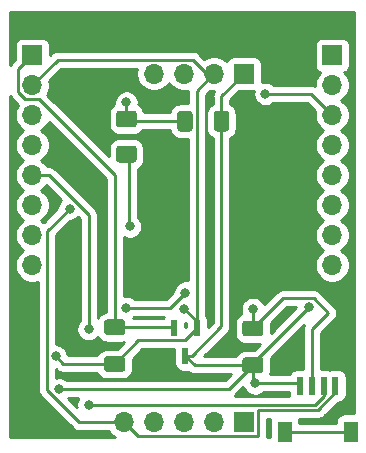
<source format=gbr>
%TF.GenerationSoftware,KiCad,Pcbnew,(5.1.8)-1*%
%TF.CreationDate,2021-03-07T11:54:50+01:00*%
%TF.ProjectId,addon_MH-Z19,6164646f-6e5f-44d4-982d-5a31392e6b69,rev?*%
%TF.SameCoordinates,Original*%
%TF.FileFunction,Copper,L1,Top*%
%TF.FilePolarity,Positive*%
%FSLAX46Y46*%
G04 Gerber Fmt 4.6, Leading zero omitted, Abs format (unit mm)*
G04 Created by KiCad (PCBNEW (5.1.8)-1) date 2021-03-07 11:54:50*
%MOMM*%
%LPD*%
G01*
G04 APERTURE LIST*
%TA.AperFunction,ComponentPad*%
%ADD10R,1.700000X1.700000*%
%TD*%
%TA.AperFunction,ComponentPad*%
%ADD11O,1.700000X1.700000*%
%TD*%
%TA.AperFunction,SMDPad,CuDef*%
%ADD12R,0.600000X1.380000*%
%TD*%
%TA.AperFunction,SMDPad,CuDef*%
%ADD13R,1.200000X1.800000*%
%TD*%
%TA.AperFunction,SMDPad,CuDef*%
%ADD14R,0.600000X1.550000*%
%TD*%
%TA.AperFunction,ViaPad*%
%ADD15C,0.800000*%
%TD*%
%TA.AperFunction,Conductor*%
%ADD16C,0.250000*%
%TD*%
%TA.AperFunction,NonConductor*%
%ADD17C,0.254000*%
%TD*%
%TA.AperFunction,NonConductor*%
%ADD18C,0.100000*%
%TD*%
G04 APERTURE END LIST*
D10*
%TO.P,J3,1*%
%TO.N,N/C*%
X76360000Y-76800000D03*
D11*
%TO.P,J3,2*%
%TO.N,TX*%
X73820000Y-76800000D03*
%TO.P,J3,3*%
%TO.N,RX*%
X71280000Y-76800000D03*
%TO.P,J3,4*%
%TO.N,N/C*%
X68740000Y-76800000D03*
%TO.P,J3,5*%
%TO.N,HD*%
X66200000Y-76800000D03*
%TD*%
%TO.P,C1,1*%
%TO.N,+5V*%
%TA.AperFunction,SMDPad,CuDef*%
G36*
G01*
X77750003Y-72625000D02*
X76449997Y-72625000D01*
G75*
G02*
X76200000Y-72375003I0J249997D01*
G01*
X76200000Y-71549997D01*
G75*
G02*
X76449997Y-71300000I249997J0D01*
G01*
X77750003Y-71300000D01*
G75*
G02*
X78000000Y-71549997I0J-249997D01*
G01*
X78000000Y-72375003D01*
G75*
G02*
X77750003Y-72625000I-249997J0D01*
G01*
G37*
%TD.AperFunction*%
%TO.P,C1,2*%
%TO.N,GND*%
%TA.AperFunction,SMDPad,CuDef*%
G36*
G01*
X77750003Y-69500000D02*
X76449997Y-69500000D01*
G75*
G02*
X76200000Y-69250003I0J249997D01*
G01*
X76200000Y-68424997D01*
G75*
G02*
X76449997Y-68175000I249997J0D01*
G01*
X77750003Y-68175000D01*
G75*
G02*
X78000000Y-68424997I0J-249997D01*
G01*
X78000000Y-69250003D01*
G75*
G02*
X77750003Y-69500000I-249997J0D01*
G01*
G37*
%TD.AperFunction*%
%TD*%
%TO.P,C2,2*%
%TO.N,GND*%
%TA.AperFunction,SMDPad,CuDef*%
G36*
G01*
X64749997Y-71200000D02*
X66050003Y-71200000D01*
G75*
G02*
X66300000Y-71449997I0J-249997D01*
G01*
X66300000Y-72275003D01*
G75*
G02*
X66050003Y-72525000I-249997J0D01*
G01*
X64749997Y-72525000D01*
G75*
G02*
X64500000Y-72275003I0J249997D01*
G01*
X64500000Y-71449997D01*
G75*
G02*
X64749997Y-71200000I249997J0D01*
G01*
G37*
%TD.AperFunction*%
%TO.P,C2,1*%
%TO.N,+3V3*%
%TA.AperFunction,SMDPad,CuDef*%
G36*
G01*
X64749997Y-68075000D02*
X66050003Y-68075000D01*
G75*
G02*
X66300000Y-68324997I0J-249997D01*
G01*
X66300000Y-69150003D01*
G75*
G02*
X66050003Y-69400000I-249997J0D01*
G01*
X64749997Y-69400000D01*
G75*
G02*
X64500000Y-69150003I0J249997D01*
G01*
X64500000Y-68324997D01*
G75*
G02*
X64749997Y-68075000I249997J0D01*
G01*
G37*
%TD.AperFunction*%
%TD*%
%TO.P,D1,1*%
%TO.N,PC1*%
%TA.AperFunction,SMDPad,CuDef*%
G36*
G01*
X67025000Y-54800000D02*
X65775000Y-54800000D01*
G75*
G02*
X65525000Y-54550000I0J250000D01*
G01*
X65525000Y-53625000D01*
G75*
G02*
X65775000Y-53375000I250000J0D01*
G01*
X67025000Y-53375000D01*
G75*
G02*
X67275000Y-53625000I0J-250000D01*
G01*
X67275000Y-54550000D01*
G75*
G02*
X67025000Y-54800000I-250000J0D01*
G01*
G37*
%TD.AperFunction*%
%TO.P,D1,2*%
%TO.N,Net-(D1-Pad2)*%
%TA.AperFunction,SMDPad,CuDef*%
G36*
G01*
X67025000Y-51825000D02*
X65775000Y-51825000D01*
G75*
G02*
X65525000Y-51575000I0J250000D01*
G01*
X65525000Y-50650000D01*
G75*
G02*
X65775000Y-50400000I250000J0D01*
G01*
X67025000Y-50400000D01*
G75*
G02*
X67275000Y-50650000I0J-250000D01*
G01*
X67275000Y-51575000D01*
G75*
G02*
X67025000Y-51825000I-250000J0D01*
G01*
G37*
%TD.AperFunction*%
%TD*%
D10*
%TO.P,J1,1*%
%TO.N,+3V3*%
X58420000Y-45710000D03*
D11*
%TO.P,J1,2*%
%TO.N,GND*%
X58420000Y-48250000D03*
%TO.P,J1,3*%
%TO.N,N/C*%
X58420000Y-50790000D03*
%TO.P,J1,4*%
X58420000Y-53330000D03*
%TO.P,J1,5*%
%TO.N,AdHoc*%
X58420000Y-55870000D03*
%TO.P,J1,6*%
%TO.N,PC1*%
X58420000Y-58410000D03*
%TO.P,J1,7*%
%TO.N,N/C*%
X58420000Y-60950000D03*
%TO.P,J1,8*%
X58420000Y-63490000D03*
%TD*%
%TO.P,J2,8*%
%TO.N,N/C*%
X83820000Y-63490000D03*
%TO.P,J2,7*%
X83820000Y-60950000D03*
%TO.P,J2,6*%
X83820000Y-58410000D03*
%TO.P,J2,5*%
X83820000Y-55870000D03*
%TO.P,J2,4*%
%TO.N,PWM*%
X83820000Y-53330000D03*
%TO.P,J2,3*%
%TO.N,HD*%
X83820000Y-50790000D03*
%TO.P,J2,2*%
%TO.N,RX*%
X83820000Y-48250000D03*
D10*
%TO.P,J2,1*%
%TO.N,TX*%
X83820000Y-45710000D03*
%TD*%
%TO.P,R1,1*%
%TO.N,+5V*%
%TA.AperFunction,SMDPad,CuDef*%
G36*
G01*
X75100000Y-50674999D02*
X75100000Y-51925001D01*
G75*
G02*
X74850001Y-52175000I-249999J0D01*
G01*
X74049999Y-52175000D01*
G75*
G02*
X73800000Y-51925001I0J249999D01*
G01*
X73800000Y-50674999D01*
G75*
G02*
X74049999Y-50425000I249999J0D01*
G01*
X74850001Y-50425000D01*
G75*
G02*
X75100000Y-50674999I0J-249999D01*
G01*
G37*
%TD.AperFunction*%
%TO.P,R1,2*%
%TO.N,Net-(D1-Pad2)*%
%TA.AperFunction,SMDPad,CuDef*%
G36*
G01*
X72000000Y-50674999D02*
X72000000Y-51925001D01*
G75*
G02*
X71750001Y-52175000I-249999J0D01*
G01*
X70949999Y-52175000D01*
G75*
G02*
X70700000Y-51925001I0J249999D01*
G01*
X70700000Y-50674999D01*
G75*
G02*
X70949999Y-50425000I249999J0D01*
G01*
X71750001Y-50425000D01*
G75*
G02*
X72000000Y-50674999I0J-249999D01*
G01*
G37*
%TD.AperFunction*%
%TD*%
%TO.P,J4,1*%
%TO.N,+5V*%
X76360000Y-47260000D03*
D11*
%TO.P,J4,2*%
%TO.N,GND*%
X73820000Y-47260000D03*
%TO.P,J4,3*%
%TO.N,N/C*%
X71280000Y-47260000D03*
%TO.P,J4,4*%
%TO.N,PWM*%
X68740000Y-47260000D03*
%TD*%
D12*
%TO.P,U2,1*%
%TO.N,GND*%
X72350000Y-68835000D03*
%TO.P,U2,2*%
%TO.N,+3V3*%
X70450000Y-68835000D03*
%TO.P,U2,3*%
%TO.N,+5V*%
X71400000Y-71165000D03*
%TD*%
D13*
%TO.P,J5,S2*%
%TO.N,Net-(J5-PadS1)*%
X85400000Y-77575000D03*
%TO.P,J5,S1*%
X79800000Y-77575000D03*
D14*
%TO.P,J5,1*%
%TO.N,+5V*%
X81100000Y-73700000D03*
%TO.P,J5,2*%
%TO.N,GND*%
X82100000Y-73700000D03*
%TO.P,J5,3*%
%TO.N,AdHoc*%
X83100000Y-73700000D03*
%TO.P,J5,4*%
%TO.N,HD*%
X84100000Y-73700000D03*
%TD*%
D15*
%TO.N,+5V*%
X81900000Y-67000000D03*
X77300000Y-73500000D03*
X60700000Y-74000000D03*
%TO.N,GND*%
X60400000Y-71200000D03*
X71300000Y-67200000D03*
X77100000Y-67200000D03*
%TO.N,PC1*%
X66700000Y-60200000D03*
%TO.N,Net-(D1-Pad2)*%
X66400000Y-49700000D03*
%TO.N,Net-(D2-Pad2)*%
X71400000Y-65800000D03*
X66400000Y-67100000D03*
%TO.N,HD*%
X61600000Y-58700000D03*
X78174999Y-48974999D03*
%TO.N,AdHoc*%
X63200000Y-75300000D03*
X63200000Y-68900000D03*
%TD*%
D16*
%TO.N,+5V*%
X75062500Y-74000000D02*
X77100000Y-71962500D01*
X72197500Y-71962500D02*
X71400000Y-71165000D01*
X77100000Y-71962500D02*
X72197500Y-71962500D01*
X74450000Y-68665000D02*
X74450000Y-55600000D01*
X71950000Y-71165000D02*
X74450000Y-68665000D01*
X71400000Y-71165000D02*
X71950000Y-71165000D01*
X77100000Y-73300000D02*
X77300000Y-73500000D01*
X77100000Y-71962500D02*
X77100000Y-73300000D01*
X74500000Y-51250000D02*
X74450000Y-51300000D01*
X74450000Y-55600000D02*
X74450000Y-51300000D01*
X60700000Y-74000000D02*
X75062500Y-74000000D01*
X77100000Y-71800000D02*
X81900000Y-67000000D01*
X77100000Y-71962500D02*
X77100000Y-71800000D01*
X74450000Y-49170000D02*
X76360000Y-47260000D01*
X74450000Y-51300000D02*
X74450000Y-49170000D01*
X80900000Y-73500000D02*
X81100000Y-73700000D01*
X77300000Y-73500000D02*
X80900000Y-73500000D01*
%TO.N,GND*%
X67412499Y-69850001D02*
X65400000Y-71862500D01*
X71334999Y-69850001D02*
X67412499Y-69850001D01*
X72350000Y-68835000D02*
X71334999Y-69850001D01*
X72350000Y-68250000D02*
X71300000Y-67200000D01*
X72350000Y-68835000D02*
X72350000Y-68250000D01*
X77100000Y-68837500D02*
X77100000Y-67200000D01*
X65337500Y-71800000D02*
X65400000Y-71862500D01*
X72350000Y-54950000D02*
X72350000Y-54761810D01*
X72350000Y-68835000D02*
X72350000Y-54950000D01*
X65400000Y-71862500D02*
X65400000Y-71650000D01*
X61062500Y-71862500D02*
X60400000Y-71200000D01*
X65400000Y-71862500D02*
X61062500Y-71862500D01*
X72008589Y-46084999D02*
X60585001Y-46084999D01*
X60585001Y-46084999D02*
X58420000Y-48250000D01*
X73501795Y-47578205D02*
X72008589Y-46084999D01*
X72350000Y-48730000D02*
X73501795Y-47578205D01*
X72350000Y-54950000D02*
X72350000Y-48730000D01*
X82248001Y-66274999D02*
X83500001Y-67526999D01*
X79662501Y-66274999D02*
X82248001Y-66274999D01*
X77100000Y-68837500D02*
X79662501Y-66274999D01*
X82100000Y-68927000D02*
X82100000Y-73700000D01*
X83500001Y-67526999D02*
X82100000Y-68927000D01*
%TO.N,+3V3*%
X57244999Y-48814001D02*
X57244999Y-46885001D01*
X57244999Y-46885001D02*
X58420000Y-45710000D01*
X57855999Y-49425001D02*
X57244999Y-48814001D01*
X58984001Y-49425001D02*
X57855999Y-49425001D01*
X65400000Y-55841000D02*
X58984001Y-49425001D01*
X65400000Y-68737500D02*
X65400000Y-55841000D01*
X70352500Y-68737500D02*
X70450000Y-68835000D01*
X65400000Y-68737500D02*
X70352500Y-68737500D01*
%TO.N,PC1*%
X66600000Y-54287500D02*
X66400000Y-54087500D01*
X66600000Y-60100000D02*
X66600000Y-54287500D01*
X66700000Y-60200000D02*
X66600000Y-60100000D01*
%TO.N,Net-(D1-Pad2)*%
X66400000Y-49700000D02*
X66400000Y-51112500D01*
X66587500Y-51300000D02*
X66400000Y-51112500D01*
X71350000Y-51300000D02*
X66587500Y-51300000D01*
%TO.N,Net-(D2-Pad2)*%
X70100000Y-67100000D02*
X66400000Y-67100000D01*
X71400000Y-65800000D02*
X70100000Y-67100000D01*
%TO.N,HD*%
X59674999Y-74048001D02*
X59674999Y-60625001D01*
X62426998Y-76800000D02*
X59674999Y-74048001D01*
X66200000Y-76800000D02*
X62426998Y-76800000D01*
X59674999Y-60625001D02*
X61600000Y-58700000D01*
X82004999Y-48974999D02*
X83820000Y-50790000D01*
X78174999Y-48974999D02*
X82004999Y-48974999D01*
X66200000Y-76800000D02*
X67375001Y-77975001D01*
X77470001Y-77975001D02*
X67375001Y-77975001D01*
X77535001Y-75750010D02*
X77535001Y-77910001D01*
X77535001Y-77910001D02*
X77470001Y-77975001D01*
X82586400Y-75750010D02*
X77535001Y-75750010D01*
X84100000Y-74236410D02*
X82586400Y-75750010D01*
X84100000Y-73700000D02*
X84100000Y-74236410D01*
%TO.N,AdHoc*%
X82400000Y-75300000D02*
X63200000Y-75300000D01*
X59843002Y-55870000D02*
X58420000Y-55870000D01*
X63200000Y-59226998D02*
X59843002Y-55870000D01*
X63200000Y-68900000D02*
X63200000Y-59226998D01*
X83100000Y-74600000D02*
X83100000Y-73700000D01*
X82400000Y-75300000D02*
X83100000Y-74600000D01*
%TO.N,Net-(J5-PadS1)*%
X79800000Y-77575000D02*
X85400000Y-77575000D01*
%TD*%
D17*
X56610025Y-49238277D02*
X56633799Y-49267245D01*
X56704998Y-49354002D01*
X56734001Y-49377804D01*
X57239704Y-49883509D01*
X57104010Y-50086589D01*
X56992068Y-50356842D01*
X56935000Y-50643740D01*
X56935000Y-50936260D01*
X56992068Y-51223158D01*
X57104010Y-51493411D01*
X57266525Y-51736632D01*
X57473368Y-51943475D01*
X57647760Y-52060000D01*
X57473368Y-52176525D01*
X57266525Y-52383368D01*
X57104010Y-52626589D01*
X56992068Y-52896842D01*
X56935000Y-53183740D01*
X56935000Y-53476260D01*
X56992068Y-53763158D01*
X57104010Y-54033411D01*
X57266525Y-54276632D01*
X57473368Y-54483475D01*
X57647760Y-54600000D01*
X57473368Y-54716525D01*
X57266525Y-54923368D01*
X57104010Y-55166589D01*
X56992068Y-55436842D01*
X56935000Y-55723740D01*
X56935000Y-56016260D01*
X56992068Y-56303158D01*
X57104010Y-56573411D01*
X57266525Y-56816632D01*
X57473368Y-57023475D01*
X57647760Y-57140000D01*
X57473368Y-57256525D01*
X57266525Y-57463368D01*
X57104010Y-57706589D01*
X56992068Y-57976842D01*
X56935000Y-58263740D01*
X56935000Y-58556260D01*
X56992068Y-58843158D01*
X57104010Y-59113411D01*
X57266525Y-59356632D01*
X57473368Y-59563475D01*
X57647760Y-59680000D01*
X57473368Y-59796525D01*
X57266525Y-60003368D01*
X57104010Y-60246589D01*
X56992068Y-60516842D01*
X56935000Y-60803740D01*
X56935000Y-61096260D01*
X56992068Y-61383158D01*
X57104010Y-61653411D01*
X57266525Y-61896632D01*
X57473368Y-62103475D01*
X57647760Y-62220000D01*
X57473368Y-62336525D01*
X57266525Y-62543368D01*
X57104010Y-62786589D01*
X56992068Y-63056842D01*
X56935000Y-63343740D01*
X56935000Y-63636260D01*
X56992068Y-63923158D01*
X57104010Y-64193411D01*
X57266525Y-64436632D01*
X57473368Y-64643475D01*
X57716589Y-64805990D01*
X57986842Y-64917932D01*
X58273740Y-64975000D01*
X58566260Y-64975000D01*
X58853158Y-64917932D01*
X58915000Y-64892316D01*
X58914999Y-74010679D01*
X58911323Y-74048001D01*
X58914999Y-74085323D01*
X58914999Y-74085333D01*
X58925996Y-74196986D01*
X58969453Y-74340247D01*
X59040025Y-74472277D01*
X59058859Y-74495226D01*
X59134998Y-74588002D01*
X59164002Y-74611805D01*
X61863198Y-77311002D01*
X61886997Y-77340001D01*
X62002722Y-77434974D01*
X62134751Y-77505546D01*
X62278012Y-77549003D01*
X62389665Y-77560000D01*
X62389674Y-77560000D01*
X62426997Y-77563676D01*
X62464320Y-77560000D01*
X64921822Y-77560000D01*
X65046525Y-77746632D01*
X65253368Y-77953475D01*
X65405311Y-78055000D01*
X56565000Y-78055000D01*
X56565000Y-49154042D01*
X56610025Y-49238277D01*
%TA.AperFunction,NonConductor*%
D18*
G36*
X56610025Y-49238277D02*
G01*
X56633799Y-49267245D01*
X56704998Y-49354002D01*
X56734001Y-49377804D01*
X57239704Y-49883509D01*
X57104010Y-50086589D01*
X56992068Y-50356842D01*
X56935000Y-50643740D01*
X56935000Y-50936260D01*
X56992068Y-51223158D01*
X57104010Y-51493411D01*
X57266525Y-51736632D01*
X57473368Y-51943475D01*
X57647760Y-52060000D01*
X57473368Y-52176525D01*
X57266525Y-52383368D01*
X57104010Y-52626589D01*
X56992068Y-52896842D01*
X56935000Y-53183740D01*
X56935000Y-53476260D01*
X56992068Y-53763158D01*
X57104010Y-54033411D01*
X57266525Y-54276632D01*
X57473368Y-54483475D01*
X57647760Y-54600000D01*
X57473368Y-54716525D01*
X57266525Y-54923368D01*
X57104010Y-55166589D01*
X56992068Y-55436842D01*
X56935000Y-55723740D01*
X56935000Y-56016260D01*
X56992068Y-56303158D01*
X57104010Y-56573411D01*
X57266525Y-56816632D01*
X57473368Y-57023475D01*
X57647760Y-57140000D01*
X57473368Y-57256525D01*
X57266525Y-57463368D01*
X57104010Y-57706589D01*
X56992068Y-57976842D01*
X56935000Y-58263740D01*
X56935000Y-58556260D01*
X56992068Y-58843158D01*
X57104010Y-59113411D01*
X57266525Y-59356632D01*
X57473368Y-59563475D01*
X57647760Y-59680000D01*
X57473368Y-59796525D01*
X57266525Y-60003368D01*
X57104010Y-60246589D01*
X56992068Y-60516842D01*
X56935000Y-60803740D01*
X56935000Y-61096260D01*
X56992068Y-61383158D01*
X57104010Y-61653411D01*
X57266525Y-61896632D01*
X57473368Y-62103475D01*
X57647760Y-62220000D01*
X57473368Y-62336525D01*
X57266525Y-62543368D01*
X57104010Y-62786589D01*
X56992068Y-63056842D01*
X56935000Y-63343740D01*
X56935000Y-63636260D01*
X56992068Y-63923158D01*
X57104010Y-64193411D01*
X57266525Y-64436632D01*
X57473368Y-64643475D01*
X57716589Y-64805990D01*
X57986842Y-64917932D01*
X58273740Y-64975000D01*
X58566260Y-64975000D01*
X58853158Y-64917932D01*
X58915000Y-64892316D01*
X58914999Y-74010679D01*
X58911323Y-74048001D01*
X58914999Y-74085323D01*
X58914999Y-74085333D01*
X58925996Y-74196986D01*
X58969453Y-74340247D01*
X59040025Y-74472277D01*
X59058859Y-74495226D01*
X59134998Y-74588002D01*
X59164002Y-74611805D01*
X61863198Y-77311002D01*
X61886997Y-77340001D01*
X62002722Y-77434974D01*
X62134751Y-77505546D01*
X62278012Y-77549003D01*
X62389665Y-77560000D01*
X62389674Y-77560000D01*
X62426997Y-77563676D01*
X62464320Y-77560000D01*
X64921822Y-77560000D01*
X65046525Y-77746632D01*
X65253368Y-77953475D01*
X65405311Y-78055000D01*
X56565000Y-78055000D01*
X56565000Y-49154042D01*
X56610025Y-49238277D01*
G37*
%TD.AperFunction*%
D17*
X78574188Y-76550518D02*
X78561928Y-76675000D01*
X78561928Y-78055000D01*
X78284397Y-78055000D01*
X78295001Y-77947334D01*
X78295001Y-77947323D01*
X78298677Y-77910001D01*
X78295001Y-77872678D01*
X78295001Y-76510010D01*
X78586476Y-76510010D01*
X78574188Y-76550518D01*
%TA.AperFunction,NonConductor*%
D18*
G36*
X78574188Y-76550518D02*
G01*
X78561928Y-76675000D01*
X78561928Y-78055000D01*
X78284397Y-78055000D01*
X78295001Y-77947334D01*
X78295001Y-77947323D01*
X78298677Y-77910001D01*
X78295001Y-77872678D01*
X78295001Y-76510010D01*
X78586476Y-76510010D01*
X78574188Y-76550518D01*
G37*
%TD.AperFunction*%
D17*
X85675001Y-76036928D02*
X84800000Y-76036928D01*
X84675518Y-76049188D01*
X84555820Y-76085498D01*
X84445506Y-76144463D01*
X84348815Y-76223815D01*
X84269463Y-76320506D01*
X84210498Y-76430820D01*
X84174188Y-76550518D01*
X84161928Y-76675000D01*
X84161928Y-76815000D01*
X81038072Y-76815000D01*
X81038072Y-76675000D01*
X81025812Y-76550518D01*
X81013524Y-76510010D01*
X82549078Y-76510010D01*
X82586400Y-76513686D01*
X82623722Y-76510010D01*
X82623733Y-76510010D01*
X82735386Y-76499013D01*
X82878647Y-76455556D01*
X83010676Y-76384984D01*
X83126401Y-76290011D01*
X83150204Y-76261007D01*
X84298140Y-75113072D01*
X84400000Y-75113072D01*
X84524482Y-75100812D01*
X84644180Y-75064502D01*
X84754494Y-75005537D01*
X84851185Y-74926185D01*
X84930537Y-74829494D01*
X84989502Y-74719180D01*
X85025812Y-74599482D01*
X85038072Y-74475000D01*
X85038072Y-72925000D01*
X85025812Y-72800518D01*
X84989502Y-72680820D01*
X84930537Y-72570506D01*
X84851185Y-72473815D01*
X84754494Y-72394463D01*
X84644180Y-72335498D01*
X84524482Y-72299188D01*
X84400000Y-72286928D01*
X83800000Y-72286928D01*
X83675518Y-72299188D01*
X83600000Y-72322096D01*
X83524482Y-72299188D01*
X83400000Y-72286928D01*
X82860000Y-72286928D01*
X82860000Y-69241801D01*
X84011019Y-68090784D01*
X84040001Y-68066999D01*
X84063785Y-68038018D01*
X84063800Y-68038003D01*
X84134974Y-67951276D01*
X84205546Y-67819246D01*
X84249003Y-67675986D01*
X84263677Y-67527000D01*
X84262908Y-67519188D01*
X84249003Y-67378012D01*
X84205546Y-67234752D01*
X84134974Y-67102722D01*
X84063800Y-67015995D01*
X84063785Y-67015980D01*
X84040001Y-66986999D01*
X84011019Y-66963214D01*
X82811804Y-65764001D01*
X82788002Y-65734998D01*
X82672277Y-65640025D01*
X82540248Y-65569453D01*
X82396987Y-65525996D01*
X82285334Y-65514999D01*
X82285323Y-65514999D01*
X82248001Y-65511323D01*
X82210679Y-65514999D01*
X79699826Y-65514999D01*
X79662501Y-65511323D01*
X79625176Y-65514999D01*
X79625168Y-65514999D01*
X79513515Y-65525996D01*
X79370254Y-65569453D01*
X79238225Y-65640025D01*
X79122500Y-65734998D01*
X79098702Y-65763996D01*
X78056965Y-66805733D01*
X78017205Y-66709744D01*
X77903937Y-66540226D01*
X77759774Y-66396063D01*
X77590256Y-66282795D01*
X77401898Y-66204774D01*
X77201939Y-66165000D01*
X76998061Y-66165000D01*
X76798102Y-66204774D01*
X76609744Y-66282795D01*
X76440226Y-66396063D01*
X76296063Y-66540226D01*
X76182795Y-66709744D01*
X76104774Y-66898102D01*
X76065000Y-67098061D01*
X76065000Y-67301939D01*
X76104774Y-67501898D01*
X76143140Y-67594520D01*
X76110148Y-67604528D01*
X75956612Y-67686595D01*
X75822037Y-67797037D01*
X75711595Y-67931612D01*
X75629528Y-68085148D01*
X75578992Y-68251743D01*
X75561928Y-68424997D01*
X75561928Y-69250003D01*
X75578992Y-69423257D01*
X75629528Y-69589852D01*
X75711595Y-69743388D01*
X75822037Y-69877963D01*
X75956612Y-69988405D01*
X76110148Y-70070472D01*
X76276743Y-70121008D01*
X76449997Y-70138072D01*
X77687127Y-70138072D01*
X77163271Y-70661928D01*
X76449997Y-70661928D01*
X76276743Y-70678992D01*
X76110148Y-70729528D01*
X75956612Y-70811595D01*
X75822037Y-70922037D01*
X75711595Y-71056612D01*
X75633616Y-71202500D01*
X72987301Y-71202500D01*
X74961004Y-69228798D01*
X74990001Y-69205001D01*
X75039690Y-69144455D01*
X75084974Y-69089277D01*
X75155546Y-68957247D01*
X75164721Y-68927000D01*
X75199003Y-68813986D01*
X75210000Y-68702333D01*
X75210000Y-68702323D01*
X75213676Y-68665000D01*
X75210000Y-68627677D01*
X75210000Y-52734702D01*
X75343387Y-52663405D01*
X75477962Y-52552962D01*
X75588405Y-52418387D01*
X75670472Y-52264851D01*
X75721008Y-52098255D01*
X75738072Y-51925001D01*
X75738072Y-50674999D01*
X75721008Y-50501745D01*
X75670472Y-50335149D01*
X75588405Y-50181613D01*
X75477962Y-50047038D01*
X75343387Y-49936595D01*
X75210000Y-49865298D01*
X75210000Y-49484801D01*
X75946730Y-48748072D01*
X77164860Y-48748072D01*
X77139999Y-48873060D01*
X77139999Y-49076938D01*
X77179773Y-49276897D01*
X77257794Y-49465255D01*
X77371062Y-49634773D01*
X77515225Y-49778936D01*
X77684743Y-49892204D01*
X77873101Y-49970225D01*
X78073060Y-50009999D01*
X78276938Y-50009999D01*
X78476897Y-49970225D01*
X78665255Y-49892204D01*
X78834773Y-49778936D01*
X78878710Y-49734999D01*
X81690198Y-49734999D01*
X82378790Y-50423592D01*
X82335000Y-50643740D01*
X82335000Y-50936260D01*
X82392068Y-51223158D01*
X82504010Y-51493411D01*
X82666525Y-51736632D01*
X82873368Y-51943475D01*
X83047760Y-52060000D01*
X82873368Y-52176525D01*
X82666525Y-52383368D01*
X82504010Y-52626589D01*
X82392068Y-52896842D01*
X82335000Y-53183740D01*
X82335000Y-53476260D01*
X82392068Y-53763158D01*
X82504010Y-54033411D01*
X82666525Y-54276632D01*
X82873368Y-54483475D01*
X83047760Y-54600000D01*
X82873368Y-54716525D01*
X82666525Y-54923368D01*
X82504010Y-55166589D01*
X82392068Y-55436842D01*
X82335000Y-55723740D01*
X82335000Y-56016260D01*
X82392068Y-56303158D01*
X82504010Y-56573411D01*
X82666525Y-56816632D01*
X82873368Y-57023475D01*
X83047760Y-57140000D01*
X82873368Y-57256525D01*
X82666525Y-57463368D01*
X82504010Y-57706589D01*
X82392068Y-57976842D01*
X82335000Y-58263740D01*
X82335000Y-58556260D01*
X82392068Y-58843158D01*
X82504010Y-59113411D01*
X82666525Y-59356632D01*
X82873368Y-59563475D01*
X83047760Y-59680000D01*
X82873368Y-59796525D01*
X82666525Y-60003368D01*
X82504010Y-60246589D01*
X82392068Y-60516842D01*
X82335000Y-60803740D01*
X82335000Y-61096260D01*
X82392068Y-61383158D01*
X82504010Y-61653411D01*
X82666525Y-61896632D01*
X82873368Y-62103475D01*
X83047760Y-62220000D01*
X82873368Y-62336525D01*
X82666525Y-62543368D01*
X82504010Y-62786589D01*
X82392068Y-63056842D01*
X82335000Y-63343740D01*
X82335000Y-63636260D01*
X82392068Y-63923158D01*
X82504010Y-64193411D01*
X82666525Y-64436632D01*
X82873368Y-64643475D01*
X83116589Y-64805990D01*
X83386842Y-64917932D01*
X83673740Y-64975000D01*
X83966260Y-64975000D01*
X84253158Y-64917932D01*
X84523411Y-64805990D01*
X84766632Y-64643475D01*
X84973475Y-64436632D01*
X85135990Y-64193411D01*
X85247932Y-63923158D01*
X85305000Y-63636260D01*
X85305000Y-63343740D01*
X85247932Y-63056842D01*
X85135990Y-62786589D01*
X84973475Y-62543368D01*
X84766632Y-62336525D01*
X84592240Y-62220000D01*
X84766632Y-62103475D01*
X84973475Y-61896632D01*
X85135990Y-61653411D01*
X85247932Y-61383158D01*
X85305000Y-61096260D01*
X85305000Y-60803740D01*
X85247932Y-60516842D01*
X85135990Y-60246589D01*
X84973475Y-60003368D01*
X84766632Y-59796525D01*
X84592240Y-59680000D01*
X84766632Y-59563475D01*
X84973475Y-59356632D01*
X85135990Y-59113411D01*
X85247932Y-58843158D01*
X85305000Y-58556260D01*
X85305000Y-58263740D01*
X85247932Y-57976842D01*
X85135990Y-57706589D01*
X84973475Y-57463368D01*
X84766632Y-57256525D01*
X84592240Y-57140000D01*
X84766632Y-57023475D01*
X84973475Y-56816632D01*
X85135990Y-56573411D01*
X85247932Y-56303158D01*
X85305000Y-56016260D01*
X85305000Y-55723740D01*
X85247932Y-55436842D01*
X85135990Y-55166589D01*
X84973475Y-54923368D01*
X84766632Y-54716525D01*
X84592240Y-54600000D01*
X84766632Y-54483475D01*
X84973475Y-54276632D01*
X85135990Y-54033411D01*
X85247932Y-53763158D01*
X85305000Y-53476260D01*
X85305000Y-53183740D01*
X85247932Y-52896842D01*
X85135990Y-52626589D01*
X84973475Y-52383368D01*
X84766632Y-52176525D01*
X84592240Y-52060000D01*
X84766632Y-51943475D01*
X84973475Y-51736632D01*
X85135990Y-51493411D01*
X85247932Y-51223158D01*
X85305000Y-50936260D01*
X85305000Y-50643740D01*
X85247932Y-50356842D01*
X85135990Y-50086589D01*
X84973475Y-49843368D01*
X84766632Y-49636525D01*
X84592240Y-49520000D01*
X84766632Y-49403475D01*
X84973475Y-49196632D01*
X85135990Y-48953411D01*
X85247932Y-48683158D01*
X85305000Y-48396260D01*
X85305000Y-48103740D01*
X85247932Y-47816842D01*
X85135990Y-47546589D01*
X84973475Y-47303368D01*
X84841620Y-47171513D01*
X84914180Y-47149502D01*
X85024494Y-47090537D01*
X85121185Y-47011185D01*
X85200537Y-46914494D01*
X85259502Y-46804180D01*
X85295812Y-46684482D01*
X85308072Y-46560000D01*
X85308072Y-44860000D01*
X85295812Y-44735518D01*
X85259502Y-44615820D01*
X85200537Y-44505506D01*
X85121185Y-44408815D01*
X85024494Y-44329463D01*
X84914180Y-44270498D01*
X84794482Y-44234188D01*
X84670000Y-44221928D01*
X82970000Y-44221928D01*
X82845518Y-44234188D01*
X82725820Y-44270498D01*
X82615506Y-44329463D01*
X82518815Y-44408815D01*
X82439463Y-44505506D01*
X82380498Y-44615820D01*
X82344188Y-44735518D01*
X82331928Y-44860000D01*
X82331928Y-46560000D01*
X82344188Y-46684482D01*
X82380498Y-46804180D01*
X82439463Y-46914494D01*
X82518815Y-47011185D01*
X82615506Y-47090537D01*
X82725820Y-47149502D01*
X82798380Y-47171513D01*
X82666525Y-47303368D01*
X82504010Y-47546589D01*
X82392068Y-47816842D01*
X82335000Y-48103740D01*
X82335000Y-48289633D01*
X82297246Y-48269453D01*
X82153985Y-48225996D01*
X82042332Y-48214999D01*
X82042321Y-48214999D01*
X82004999Y-48211323D01*
X81967677Y-48214999D01*
X78878710Y-48214999D01*
X78834773Y-48171062D01*
X78665255Y-48057794D01*
X78476897Y-47979773D01*
X78276938Y-47939999D01*
X78073060Y-47939999D01*
X77873101Y-47979773D01*
X77848072Y-47990140D01*
X77848072Y-46410000D01*
X77835812Y-46285518D01*
X77799502Y-46165820D01*
X77740537Y-46055506D01*
X77661185Y-45958815D01*
X77564494Y-45879463D01*
X77454180Y-45820498D01*
X77334482Y-45784188D01*
X77210000Y-45771928D01*
X75510000Y-45771928D01*
X75385518Y-45784188D01*
X75265820Y-45820498D01*
X75155506Y-45879463D01*
X75058815Y-45958815D01*
X74979463Y-46055506D01*
X74920498Y-46165820D01*
X74898487Y-46238380D01*
X74766632Y-46106525D01*
X74523411Y-45944010D01*
X74253158Y-45832068D01*
X73966260Y-45775000D01*
X73673740Y-45775000D01*
X73386842Y-45832068D01*
X73116589Y-45944010D01*
X73012171Y-46013780D01*
X72572393Y-45574002D01*
X72548590Y-45544998D01*
X72432865Y-45450025D01*
X72300836Y-45379453D01*
X72157575Y-45335996D01*
X72045922Y-45324999D01*
X72045911Y-45324999D01*
X72008589Y-45321323D01*
X71971267Y-45324999D01*
X60622326Y-45324999D01*
X60585001Y-45321323D01*
X60547676Y-45324999D01*
X60547668Y-45324999D01*
X60436015Y-45335996D01*
X60292754Y-45379453D01*
X60160725Y-45450025D01*
X60045000Y-45544998D01*
X60021202Y-45573996D01*
X59908072Y-45687126D01*
X59908072Y-44860000D01*
X59895812Y-44735518D01*
X59859502Y-44615820D01*
X59800537Y-44505506D01*
X59721185Y-44408815D01*
X59624494Y-44329463D01*
X59514180Y-44270498D01*
X59394482Y-44234188D01*
X59270000Y-44221928D01*
X57570000Y-44221928D01*
X57445518Y-44234188D01*
X57325820Y-44270498D01*
X57215506Y-44329463D01*
X57118815Y-44408815D01*
X57039463Y-44505506D01*
X56980498Y-44615820D01*
X56944188Y-44735518D01*
X56931928Y-44860000D01*
X56931928Y-46123271D01*
X56733997Y-46321202D01*
X56704999Y-46345000D01*
X56681201Y-46373998D01*
X56681200Y-46373999D01*
X56610025Y-46460725D01*
X56565000Y-46544960D01*
X56565000Y-42085000D01*
X85675000Y-42085000D01*
X85675001Y-76036928D01*
%TA.AperFunction,NonConductor*%
D18*
G36*
X85675001Y-76036928D02*
G01*
X84800000Y-76036928D01*
X84675518Y-76049188D01*
X84555820Y-76085498D01*
X84445506Y-76144463D01*
X84348815Y-76223815D01*
X84269463Y-76320506D01*
X84210498Y-76430820D01*
X84174188Y-76550518D01*
X84161928Y-76675000D01*
X84161928Y-76815000D01*
X81038072Y-76815000D01*
X81038072Y-76675000D01*
X81025812Y-76550518D01*
X81013524Y-76510010D01*
X82549078Y-76510010D01*
X82586400Y-76513686D01*
X82623722Y-76510010D01*
X82623733Y-76510010D01*
X82735386Y-76499013D01*
X82878647Y-76455556D01*
X83010676Y-76384984D01*
X83126401Y-76290011D01*
X83150204Y-76261007D01*
X84298140Y-75113072D01*
X84400000Y-75113072D01*
X84524482Y-75100812D01*
X84644180Y-75064502D01*
X84754494Y-75005537D01*
X84851185Y-74926185D01*
X84930537Y-74829494D01*
X84989502Y-74719180D01*
X85025812Y-74599482D01*
X85038072Y-74475000D01*
X85038072Y-72925000D01*
X85025812Y-72800518D01*
X84989502Y-72680820D01*
X84930537Y-72570506D01*
X84851185Y-72473815D01*
X84754494Y-72394463D01*
X84644180Y-72335498D01*
X84524482Y-72299188D01*
X84400000Y-72286928D01*
X83800000Y-72286928D01*
X83675518Y-72299188D01*
X83600000Y-72322096D01*
X83524482Y-72299188D01*
X83400000Y-72286928D01*
X82860000Y-72286928D01*
X82860000Y-69241801D01*
X84011019Y-68090784D01*
X84040001Y-68066999D01*
X84063785Y-68038018D01*
X84063800Y-68038003D01*
X84134974Y-67951276D01*
X84205546Y-67819246D01*
X84249003Y-67675986D01*
X84263677Y-67527000D01*
X84262908Y-67519188D01*
X84249003Y-67378012D01*
X84205546Y-67234752D01*
X84134974Y-67102722D01*
X84063800Y-67015995D01*
X84063785Y-67015980D01*
X84040001Y-66986999D01*
X84011019Y-66963214D01*
X82811804Y-65764001D01*
X82788002Y-65734998D01*
X82672277Y-65640025D01*
X82540248Y-65569453D01*
X82396987Y-65525996D01*
X82285334Y-65514999D01*
X82285323Y-65514999D01*
X82248001Y-65511323D01*
X82210679Y-65514999D01*
X79699826Y-65514999D01*
X79662501Y-65511323D01*
X79625176Y-65514999D01*
X79625168Y-65514999D01*
X79513515Y-65525996D01*
X79370254Y-65569453D01*
X79238225Y-65640025D01*
X79122500Y-65734998D01*
X79098702Y-65763996D01*
X78056965Y-66805733D01*
X78017205Y-66709744D01*
X77903937Y-66540226D01*
X77759774Y-66396063D01*
X77590256Y-66282795D01*
X77401898Y-66204774D01*
X77201939Y-66165000D01*
X76998061Y-66165000D01*
X76798102Y-66204774D01*
X76609744Y-66282795D01*
X76440226Y-66396063D01*
X76296063Y-66540226D01*
X76182795Y-66709744D01*
X76104774Y-66898102D01*
X76065000Y-67098061D01*
X76065000Y-67301939D01*
X76104774Y-67501898D01*
X76143140Y-67594520D01*
X76110148Y-67604528D01*
X75956612Y-67686595D01*
X75822037Y-67797037D01*
X75711595Y-67931612D01*
X75629528Y-68085148D01*
X75578992Y-68251743D01*
X75561928Y-68424997D01*
X75561928Y-69250003D01*
X75578992Y-69423257D01*
X75629528Y-69589852D01*
X75711595Y-69743388D01*
X75822037Y-69877963D01*
X75956612Y-69988405D01*
X76110148Y-70070472D01*
X76276743Y-70121008D01*
X76449997Y-70138072D01*
X77687127Y-70138072D01*
X77163271Y-70661928D01*
X76449997Y-70661928D01*
X76276743Y-70678992D01*
X76110148Y-70729528D01*
X75956612Y-70811595D01*
X75822037Y-70922037D01*
X75711595Y-71056612D01*
X75633616Y-71202500D01*
X72987301Y-71202500D01*
X74961004Y-69228798D01*
X74990001Y-69205001D01*
X75039690Y-69144455D01*
X75084974Y-69089277D01*
X75155546Y-68957247D01*
X75164721Y-68927000D01*
X75199003Y-68813986D01*
X75210000Y-68702333D01*
X75210000Y-68702323D01*
X75213676Y-68665000D01*
X75210000Y-68627677D01*
X75210000Y-52734702D01*
X75343387Y-52663405D01*
X75477962Y-52552962D01*
X75588405Y-52418387D01*
X75670472Y-52264851D01*
X75721008Y-52098255D01*
X75738072Y-51925001D01*
X75738072Y-50674999D01*
X75721008Y-50501745D01*
X75670472Y-50335149D01*
X75588405Y-50181613D01*
X75477962Y-50047038D01*
X75343387Y-49936595D01*
X75210000Y-49865298D01*
X75210000Y-49484801D01*
X75946730Y-48748072D01*
X77164860Y-48748072D01*
X77139999Y-48873060D01*
X77139999Y-49076938D01*
X77179773Y-49276897D01*
X77257794Y-49465255D01*
X77371062Y-49634773D01*
X77515225Y-49778936D01*
X77684743Y-49892204D01*
X77873101Y-49970225D01*
X78073060Y-50009999D01*
X78276938Y-50009999D01*
X78476897Y-49970225D01*
X78665255Y-49892204D01*
X78834773Y-49778936D01*
X78878710Y-49734999D01*
X81690198Y-49734999D01*
X82378790Y-50423592D01*
X82335000Y-50643740D01*
X82335000Y-50936260D01*
X82392068Y-51223158D01*
X82504010Y-51493411D01*
X82666525Y-51736632D01*
X82873368Y-51943475D01*
X83047760Y-52060000D01*
X82873368Y-52176525D01*
X82666525Y-52383368D01*
X82504010Y-52626589D01*
X82392068Y-52896842D01*
X82335000Y-53183740D01*
X82335000Y-53476260D01*
X82392068Y-53763158D01*
X82504010Y-54033411D01*
X82666525Y-54276632D01*
X82873368Y-54483475D01*
X83047760Y-54600000D01*
X82873368Y-54716525D01*
X82666525Y-54923368D01*
X82504010Y-55166589D01*
X82392068Y-55436842D01*
X82335000Y-55723740D01*
X82335000Y-56016260D01*
X82392068Y-56303158D01*
X82504010Y-56573411D01*
X82666525Y-56816632D01*
X82873368Y-57023475D01*
X83047760Y-57140000D01*
X82873368Y-57256525D01*
X82666525Y-57463368D01*
X82504010Y-57706589D01*
X82392068Y-57976842D01*
X82335000Y-58263740D01*
X82335000Y-58556260D01*
X82392068Y-58843158D01*
X82504010Y-59113411D01*
X82666525Y-59356632D01*
X82873368Y-59563475D01*
X83047760Y-59680000D01*
X82873368Y-59796525D01*
X82666525Y-60003368D01*
X82504010Y-60246589D01*
X82392068Y-60516842D01*
X82335000Y-60803740D01*
X82335000Y-61096260D01*
X82392068Y-61383158D01*
X82504010Y-61653411D01*
X82666525Y-61896632D01*
X82873368Y-62103475D01*
X83047760Y-62220000D01*
X82873368Y-62336525D01*
X82666525Y-62543368D01*
X82504010Y-62786589D01*
X82392068Y-63056842D01*
X82335000Y-63343740D01*
X82335000Y-63636260D01*
X82392068Y-63923158D01*
X82504010Y-64193411D01*
X82666525Y-64436632D01*
X82873368Y-64643475D01*
X83116589Y-64805990D01*
X83386842Y-64917932D01*
X83673740Y-64975000D01*
X83966260Y-64975000D01*
X84253158Y-64917932D01*
X84523411Y-64805990D01*
X84766632Y-64643475D01*
X84973475Y-64436632D01*
X85135990Y-64193411D01*
X85247932Y-63923158D01*
X85305000Y-63636260D01*
X85305000Y-63343740D01*
X85247932Y-63056842D01*
X85135990Y-62786589D01*
X84973475Y-62543368D01*
X84766632Y-62336525D01*
X84592240Y-62220000D01*
X84766632Y-62103475D01*
X84973475Y-61896632D01*
X85135990Y-61653411D01*
X85247932Y-61383158D01*
X85305000Y-61096260D01*
X85305000Y-60803740D01*
X85247932Y-60516842D01*
X85135990Y-60246589D01*
X84973475Y-60003368D01*
X84766632Y-59796525D01*
X84592240Y-59680000D01*
X84766632Y-59563475D01*
X84973475Y-59356632D01*
X85135990Y-59113411D01*
X85247932Y-58843158D01*
X85305000Y-58556260D01*
X85305000Y-58263740D01*
X85247932Y-57976842D01*
X85135990Y-57706589D01*
X84973475Y-57463368D01*
X84766632Y-57256525D01*
X84592240Y-57140000D01*
X84766632Y-57023475D01*
X84973475Y-56816632D01*
X85135990Y-56573411D01*
X85247932Y-56303158D01*
X85305000Y-56016260D01*
X85305000Y-55723740D01*
X85247932Y-55436842D01*
X85135990Y-55166589D01*
X84973475Y-54923368D01*
X84766632Y-54716525D01*
X84592240Y-54600000D01*
X84766632Y-54483475D01*
X84973475Y-54276632D01*
X85135990Y-54033411D01*
X85247932Y-53763158D01*
X85305000Y-53476260D01*
X85305000Y-53183740D01*
X85247932Y-52896842D01*
X85135990Y-52626589D01*
X84973475Y-52383368D01*
X84766632Y-52176525D01*
X84592240Y-52060000D01*
X84766632Y-51943475D01*
X84973475Y-51736632D01*
X85135990Y-51493411D01*
X85247932Y-51223158D01*
X85305000Y-50936260D01*
X85305000Y-50643740D01*
X85247932Y-50356842D01*
X85135990Y-50086589D01*
X84973475Y-49843368D01*
X84766632Y-49636525D01*
X84592240Y-49520000D01*
X84766632Y-49403475D01*
X84973475Y-49196632D01*
X85135990Y-48953411D01*
X85247932Y-48683158D01*
X85305000Y-48396260D01*
X85305000Y-48103740D01*
X85247932Y-47816842D01*
X85135990Y-47546589D01*
X84973475Y-47303368D01*
X84841620Y-47171513D01*
X84914180Y-47149502D01*
X85024494Y-47090537D01*
X85121185Y-47011185D01*
X85200537Y-46914494D01*
X85259502Y-46804180D01*
X85295812Y-46684482D01*
X85308072Y-46560000D01*
X85308072Y-44860000D01*
X85295812Y-44735518D01*
X85259502Y-44615820D01*
X85200537Y-44505506D01*
X85121185Y-44408815D01*
X85024494Y-44329463D01*
X84914180Y-44270498D01*
X84794482Y-44234188D01*
X84670000Y-44221928D01*
X82970000Y-44221928D01*
X82845518Y-44234188D01*
X82725820Y-44270498D01*
X82615506Y-44329463D01*
X82518815Y-44408815D01*
X82439463Y-44505506D01*
X82380498Y-44615820D01*
X82344188Y-44735518D01*
X82331928Y-44860000D01*
X82331928Y-46560000D01*
X82344188Y-46684482D01*
X82380498Y-46804180D01*
X82439463Y-46914494D01*
X82518815Y-47011185D01*
X82615506Y-47090537D01*
X82725820Y-47149502D01*
X82798380Y-47171513D01*
X82666525Y-47303368D01*
X82504010Y-47546589D01*
X82392068Y-47816842D01*
X82335000Y-48103740D01*
X82335000Y-48289633D01*
X82297246Y-48269453D01*
X82153985Y-48225996D01*
X82042332Y-48214999D01*
X82042321Y-48214999D01*
X82004999Y-48211323D01*
X81967677Y-48214999D01*
X78878710Y-48214999D01*
X78834773Y-48171062D01*
X78665255Y-48057794D01*
X78476897Y-47979773D01*
X78276938Y-47939999D01*
X78073060Y-47939999D01*
X77873101Y-47979773D01*
X77848072Y-47990140D01*
X77848072Y-46410000D01*
X77835812Y-46285518D01*
X77799502Y-46165820D01*
X77740537Y-46055506D01*
X77661185Y-45958815D01*
X77564494Y-45879463D01*
X77454180Y-45820498D01*
X77334482Y-45784188D01*
X77210000Y-45771928D01*
X75510000Y-45771928D01*
X75385518Y-45784188D01*
X75265820Y-45820498D01*
X75155506Y-45879463D01*
X75058815Y-45958815D01*
X74979463Y-46055506D01*
X74920498Y-46165820D01*
X74898487Y-46238380D01*
X74766632Y-46106525D01*
X74523411Y-45944010D01*
X74253158Y-45832068D01*
X73966260Y-45775000D01*
X73673740Y-45775000D01*
X73386842Y-45832068D01*
X73116589Y-45944010D01*
X73012171Y-46013780D01*
X72572393Y-45574002D01*
X72548590Y-45544998D01*
X72432865Y-45450025D01*
X72300836Y-45379453D01*
X72157575Y-45335996D01*
X72045922Y-45324999D01*
X72045911Y-45324999D01*
X72008589Y-45321323D01*
X71971267Y-45324999D01*
X60622326Y-45324999D01*
X60585001Y-45321323D01*
X60547676Y-45324999D01*
X60547668Y-45324999D01*
X60436015Y-45335996D01*
X60292754Y-45379453D01*
X60160725Y-45450025D01*
X60045000Y-45544998D01*
X60021202Y-45573996D01*
X59908072Y-45687126D01*
X59908072Y-44860000D01*
X59895812Y-44735518D01*
X59859502Y-44615820D01*
X59800537Y-44505506D01*
X59721185Y-44408815D01*
X59624494Y-44329463D01*
X59514180Y-44270498D01*
X59394482Y-44234188D01*
X59270000Y-44221928D01*
X57570000Y-44221928D01*
X57445518Y-44234188D01*
X57325820Y-44270498D01*
X57215506Y-44329463D01*
X57118815Y-44408815D01*
X57039463Y-44505506D01*
X56980498Y-44615820D01*
X56944188Y-44735518D01*
X56931928Y-44860000D01*
X56931928Y-46123271D01*
X56733997Y-46321202D01*
X56704999Y-46345000D01*
X56681201Y-46373998D01*
X56681200Y-46373999D01*
X56610025Y-46460725D01*
X56565000Y-46544960D01*
X56565000Y-42085000D01*
X85675000Y-42085000D01*
X85675001Y-76036928D01*
G37*
%TD.AperFunction*%
D17*
X62282795Y-74809744D02*
X62204774Y-74998102D01*
X62165000Y-75198061D01*
X62165000Y-75401939D01*
X62180211Y-75478411D01*
X61461799Y-74760000D01*
X62316033Y-74760000D01*
X62282795Y-74809744D01*
%TA.AperFunction,NonConductor*%
D18*
G36*
X62282795Y-74809744D02*
G01*
X62204774Y-74998102D01*
X62165000Y-75198061D01*
X62165000Y-75401939D01*
X62180211Y-75478411D01*
X61461799Y-74760000D01*
X62316033Y-74760000D01*
X62282795Y-74809744D01*
G37*
%TD.AperFunction*%
D17*
X76382795Y-73990256D02*
X76496063Y-74159774D01*
X76640226Y-74303937D01*
X76809744Y-74417205D01*
X76998102Y-74495226D01*
X77198061Y-74535000D01*
X77401939Y-74535000D01*
X77601898Y-74495226D01*
X77790256Y-74417205D01*
X77959774Y-74303937D01*
X78003711Y-74260000D01*
X80161928Y-74260000D01*
X80161928Y-74475000D01*
X80168330Y-74540000D01*
X75602502Y-74540000D01*
X75626304Y-74510997D01*
X76313745Y-73823556D01*
X76382795Y-73990256D01*
%TA.AperFunction,NonConductor*%
D18*
G36*
X76382795Y-73990256D02*
G01*
X76496063Y-74159774D01*
X76640226Y-74303937D01*
X76809744Y-74417205D01*
X76998102Y-74495226D01*
X77198061Y-74535000D01*
X77401939Y-74535000D01*
X77601898Y-74495226D01*
X77790256Y-74417205D01*
X77959774Y-74303937D01*
X78003711Y-74260000D01*
X80161928Y-74260000D01*
X80161928Y-74475000D01*
X80168330Y-74540000D01*
X75602502Y-74540000D01*
X75626304Y-74510997D01*
X76313745Y-73823556D01*
X76382795Y-73990256D01*
G37*
%TD.AperFunction*%
D17*
X70461928Y-71855000D02*
X70474188Y-71979482D01*
X70510498Y-72099180D01*
X70569463Y-72209494D01*
X70648815Y-72306185D01*
X70745506Y-72385537D01*
X70855820Y-72444502D01*
X70975518Y-72480812D01*
X71100000Y-72493072D01*
X71649761Y-72493072D01*
X71657499Y-72502501D01*
X71773224Y-72597474D01*
X71905253Y-72668046D01*
X72048514Y-72711503D01*
X72160167Y-72722500D01*
X72160176Y-72722500D01*
X72197499Y-72726176D01*
X72234822Y-72722500D01*
X75265199Y-72722500D01*
X74747699Y-73240000D01*
X61403711Y-73240000D01*
X61359774Y-73196063D01*
X61190256Y-73082795D01*
X61001898Y-73004774D01*
X60801939Y-72965000D01*
X60598061Y-72965000D01*
X60434999Y-72997435D01*
X60434999Y-72309802D01*
X60498705Y-72373508D01*
X60522499Y-72402501D01*
X60551492Y-72426295D01*
X60551496Y-72426299D01*
X60598654Y-72465000D01*
X60638224Y-72497474D01*
X60770253Y-72568046D01*
X60913514Y-72611503D01*
X61025167Y-72622500D01*
X61025176Y-72622500D01*
X61062499Y-72626176D01*
X61099822Y-72622500D01*
X63933616Y-72622500D01*
X64011595Y-72768388D01*
X64122037Y-72902963D01*
X64256612Y-73013405D01*
X64410148Y-73095472D01*
X64576743Y-73146008D01*
X64749997Y-73163072D01*
X66050003Y-73163072D01*
X66223257Y-73146008D01*
X66389852Y-73095472D01*
X66543388Y-73013405D01*
X66677963Y-72902963D01*
X66788405Y-72768388D01*
X66870472Y-72614852D01*
X66921008Y-72448257D01*
X66938072Y-72275003D01*
X66938072Y-71449997D01*
X66933520Y-71403782D01*
X67727302Y-70610001D01*
X70461928Y-70610001D01*
X70461928Y-71855000D01*
%TA.AperFunction,NonConductor*%
D18*
G36*
X70461928Y-71855000D02*
G01*
X70474188Y-71979482D01*
X70510498Y-72099180D01*
X70569463Y-72209494D01*
X70648815Y-72306185D01*
X70745506Y-72385537D01*
X70855820Y-72444502D01*
X70975518Y-72480812D01*
X71100000Y-72493072D01*
X71649761Y-72493072D01*
X71657499Y-72502501D01*
X71773224Y-72597474D01*
X71905253Y-72668046D01*
X72048514Y-72711503D01*
X72160167Y-72722500D01*
X72160176Y-72722500D01*
X72197499Y-72726176D01*
X72234822Y-72722500D01*
X75265199Y-72722500D01*
X74747699Y-73240000D01*
X61403711Y-73240000D01*
X61359774Y-73196063D01*
X61190256Y-73082795D01*
X61001898Y-73004774D01*
X60801939Y-72965000D01*
X60598061Y-72965000D01*
X60434999Y-72997435D01*
X60434999Y-72309802D01*
X60498705Y-72373508D01*
X60522499Y-72402501D01*
X60551492Y-72426295D01*
X60551496Y-72426299D01*
X60598654Y-72465000D01*
X60638224Y-72497474D01*
X60770253Y-72568046D01*
X60913514Y-72611503D01*
X61025167Y-72622500D01*
X61025176Y-72622500D01*
X61062499Y-72626176D01*
X61099822Y-72622500D01*
X63933616Y-72622500D01*
X64011595Y-72768388D01*
X64122037Y-72902963D01*
X64256612Y-73013405D01*
X64410148Y-73095472D01*
X64576743Y-73146008D01*
X64749997Y-73163072D01*
X66050003Y-73163072D01*
X66223257Y-73146008D01*
X66389852Y-73095472D01*
X66543388Y-73013405D01*
X66677963Y-72902963D01*
X66788405Y-72768388D01*
X66870472Y-72614852D01*
X66921008Y-72448257D01*
X66938072Y-72275003D01*
X66938072Y-71449997D01*
X66933520Y-71403782D01*
X67727302Y-70610001D01*
X70461928Y-70610001D01*
X70461928Y-71855000D01*
G37*
%TD.AperFunction*%
D17*
X81414045Y-68598102D02*
X81394454Y-68634754D01*
X81350997Y-68778015D01*
X81340000Y-68889668D01*
X81340000Y-68889678D01*
X81336324Y-68927000D01*
X81340000Y-68964323D01*
X81340001Y-72286928D01*
X80800000Y-72286928D01*
X80675518Y-72299188D01*
X80555820Y-72335498D01*
X80445506Y-72394463D01*
X80348815Y-72473815D01*
X80269463Y-72570506D01*
X80210498Y-72680820D01*
X80192546Y-72740000D01*
X78557030Y-72740000D01*
X78570472Y-72714852D01*
X78621008Y-72548257D01*
X78638072Y-72375003D01*
X78638072Y-71549997D01*
X78621008Y-71376743D01*
X78615667Y-71359135D01*
X81456928Y-68517873D01*
X81414045Y-68598102D01*
%TA.AperFunction,NonConductor*%
D18*
G36*
X81414045Y-68598102D02*
G01*
X81394454Y-68634754D01*
X81350997Y-68778015D01*
X81340000Y-68889668D01*
X81340000Y-68889678D01*
X81336324Y-68927000D01*
X81340000Y-68964323D01*
X81340001Y-72286928D01*
X80800000Y-72286928D01*
X80675518Y-72299188D01*
X80555820Y-72335498D01*
X80445506Y-72394463D01*
X80348815Y-72473815D01*
X80269463Y-72570506D01*
X80210498Y-72680820D01*
X80192546Y-72740000D01*
X78557030Y-72740000D01*
X78570472Y-72714852D01*
X78621008Y-72548257D01*
X78638072Y-72375003D01*
X78638072Y-71549997D01*
X78621008Y-71376743D01*
X78615667Y-71359135D01*
X81456928Y-68517873D01*
X81414045Y-68598102D01*
G37*
%TD.AperFunction*%
D17*
X62440001Y-59541801D02*
X62440000Y-68196289D01*
X62396063Y-68240226D01*
X62282795Y-68409744D01*
X62204774Y-68598102D01*
X62165000Y-68798061D01*
X62165000Y-69001939D01*
X62204774Y-69201898D01*
X62282795Y-69390256D01*
X62396063Y-69559774D01*
X62540226Y-69703937D01*
X62709744Y-69817205D01*
X62898102Y-69895226D01*
X63098061Y-69935000D01*
X63301939Y-69935000D01*
X63501898Y-69895226D01*
X63690256Y-69817205D01*
X63859774Y-69703937D01*
X63979802Y-69583909D01*
X64011595Y-69643388D01*
X64122037Y-69777963D01*
X64256612Y-69888405D01*
X64410148Y-69970472D01*
X64576743Y-70021008D01*
X64749997Y-70038072D01*
X66050003Y-70038072D01*
X66160510Y-70027188D01*
X65625770Y-70561928D01*
X64749997Y-70561928D01*
X64576743Y-70578992D01*
X64410148Y-70629528D01*
X64256612Y-70711595D01*
X64122037Y-70822037D01*
X64011595Y-70956612D01*
X63933616Y-71102500D01*
X61435000Y-71102500D01*
X61435000Y-71098061D01*
X61395226Y-70898102D01*
X61317205Y-70709744D01*
X61203937Y-70540226D01*
X61059774Y-70396063D01*
X60890256Y-70282795D01*
X60701898Y-70204774D01*
X60501939Y-70165000D01*
X60434999Y-70165000D01*
X60434999Y-60939802D01*
X61639802Y-59735000D01*
X61701939Y-59735000D01*
X61901898Y-59695226D01*
X62090256Y-59617205D01*
X62259774Y-59503937D01*
X62330956Y-59432755D01*
X62440001Y-59541801D01*
%TA.AperFunction,NonConductor*%
D18*
G36*
X62440001Y-59541801D02*
G01*
X62440000Y-68196289D01*
X62396063Y-68240226D01*
X62282795Y-68409744D01*
X62204774Y-68598102D01*
X62165000Y-68798061D01*
X62165000Y-69001939D01*
X62204774Y-69201898D01*
X62282795Y-69390256D01*
X62396063Y-69559774D01*
X62540226Y-69703937D01*
X62709744Y-69817205D01*
X62898102Y-69895226D01*
X63098061Y-69935000D01*
X63301939Y-69935000D01*
X63501898Y-69895226D01*
X63690256Y-69817205D01*
X63859774Y-69703937D01*
X63979802Y-69583909D01*
X64011595Y-69643388D01*
X64122037Y-69777963D01*
X64256612Y-69888405D01*
X64410148Y-69970472D01*
X64576743Y-70021008D01*
X64749997Y-70038072D01*
X66050003Y-70038072D01*
X66160510Y-70027188D01*
X65625770Y-70561928D01*
X64749997Y-70561928D01*
X64576743Y-70578992D01*
X64410148Y-70629528D01*
X64256612Y-70711595D01*
X64122037Y-70822037D01*
X64011595Y-70956612D01*
X63933616Y-71102500D01*
X61435000Y-71102500D01*
X61435000Y-71098061D01*
X61395226Y-70898102D01*
X61317205Y-70709744D01*
X61203937Y-70540226D01*
X61059774Y-70396063D01*
X60890256Y-70282795D01*
X60701898Y-70204774D01*
X60501939Y-70165000D01*
X60434999Y-70165000D01*
X60434999Y-60939802D01*
X61639802Y-59735000D01*
X61701939Y-59735000D01*
X61901898Y-59695226D01*
X62090256Y-59617205D01*
X62259774Y-59503937D01*
X62330956Y-59432755D01*
X62440001Y-59541801D01*
G37*
%TD.AperFunction*%
D17*
X78638072Y-69187127D02*
X78638072Y-68424997D01*
X78633520Y-68378781D01*
X79977303Y-67034999D01*
X80790199Y-67034999D01*
X78638072Y-69187127D01*
%TA.AperFunction,NonConductor*%
D18*
G36*
X78638072Y-69187127D02*
G01*
X78638072Y-68424997D01*
X78633520Y-68378781D01*
X79977303Y-67034999D01*
X80790199Y-67034999D01*
X78638072Y-69187127D01*
G37*
%TD.AperFunction*%
D17*
X73673740Y-48745000D02*
X73815620Y-48745000D01*
X73815026Y-48745724D01*
X73744454Y-48877754D01*
X73726688Y-48936323D01*
X73707153Y-49000725D01*
X73700998Y-49021015D01*
X73686324Y-49170000D01*
X73690001Y-49207332D01*
X73690001Y-49865298D01*
X73556613Y-49936595D01*
X73422038Y-50047038D01*
X73311595Y-50181613D01*
X73229528Y-50335149D01*
X73178992Y-50501745D01*
X73161928Y-50674999D01*
X73161928Y-51925001D01*
X73178992Y-52098255D01*
X73229528Y-52264851D01*
X73311595Y-52418387D01*
X73422038Y-52552962D01*
X73556613Y-52663405D01*
X73690001Y-52734702D01*
X73690000Y-55637332D01*
X73690001Y-55637342D01*
X73690000Y-68350198D01*
X73288072Y-68752126D01*
X73288072Y-68145000D01*
X73275812Y-68020518D01*
X73239502Y-67900820D01*
X73180537Y-67790506D01*
X73110000Y-67704556D01*
X73110000Y-49044801D01*
X73453592Y-48701210D01*
X73673740Y-48745000D01*
%TA.AperFunction,NonConductor*%
D18*
G36*
X73673740Y-48745000D02*
G01*
X73815620Y-48745000D01*
X73815026Y-48745724D01*
X73744454Y-48877754D01*
X73726688Y-48936323D01*
X73707153Y-49000725D01*
X73700998Y-49021015D01*
X73686324Y-49170000D01*
X73690001Y-49207332D01*
X73690001Y-49865298D01*
X73556613Y-49936595D01*
X73422038Y-50047038D01*
X73311595Y-50181613D01*
X73229528Y-50335149D01*
X73178992Y-50501745D01*
X73161928Y-50674999D01*
X73161928Y-51925001D01*
X73178992Y-52098255D01*
X73229528Y-52264851D01*
X73311595Y-52418387D01*
X73422038Y-52552962D01*
X73556613Y-52663405D01*
X73690001Y-52734702D01*
X73690000Y-55637332D01*
X73690001Y-55637342D01*
X73690000Y-68350198D01*
X73288072Y-68752126D01*
X73288072Y-68145000D01*
X73275812Y-68020518D01*
X73239502Y-67900820D01*
X73180537Y-67790506D01*
X73110000Y-67704556D01*
X73110000Y-49044801D01*
X73453592Y-48701210D01*
X73673740Y-48745000D01*
G37*
%TD.AperFunction*%
D17*
X71411928Y-68386730D02*
X71411928Y-68698270D01*
X71388072Y-68722126D01*
X71388072Y-68362874D01*
X71411928Y-68386730D01*
%TA.AperFunction,NonConductor*%
D18*
G36*
X71411928Y-68386730D02*
G01*
X71411928Y-68698270D01*
X71388072Y-68722126D01*
X71388072Y-68362874D01*
X71411928Y-68386730D01*
G37*
%TD.AperFunction*%
D17*
X69560498Y-67900820D02*
X69537237Y-67977500D01*
X66949679Y-67977500D01*
X67059774Y-67903937D01*
X67103711Y-67860000D01*
X69582317Y-67860000D01*
X69560498Y-67900820D01*
%TA.AperFunction,NonConductor*%
D18*
G36*
X69560498Y-67900820D02*
G01*
X69537237Y-67977500D01*
X66949679Y-67977500D01*
X67059774Y-67903937D01*
X67103711Y-67860000D01*
X69582317Y-67860000D01*
X69560498Y-67900820D01*
G37*
%TD.AperFunction*%
D17*
X64640001Y-56155803D02*
X64640000Y-67447762D01*
X64576743Y-67453992D01*
X64410148Y-67504528D01*
X64256612Y-67586595D01*
X64122037Y-67697037D01*
X64011595Y-67831612D01*
X63960000Y-67928139D01*
X63960000Y-59264320D01*
X63963676Y-59226997D01*
X63960000Y-59189674D01*
X63960000Y-59189665D01*
X63949003Y-59078012D01*
X63905546Y-58934751D01*
X63856588Y-58843158D01*
X63834974Y-58802721D01*
X63763799Y-58715995D01*
X63740001Y-58686997D01*
X63711003Y-58663199D01*
X60406806Y-55359003D01*
X60383003Y-55329999D01*
X60267278Y-55235026D01*
X60135249Y-55164454D01*
X59991988Y-55120997D01*
X59880335Y-55110000D01*
X59880324Y-55110000D01*
X59843002Y-55106324D01*
X59805680Y-55110000D01*
X59698178Y-55110000D01*
X59573475Y-54923368D01*
X59366632Y-54716525D01*
X59192240Y-54600000D01*
X59366632Y-54483475D01*
X59573475Y-54276632D01*
X59735990Y-54033411D01*
X59847932Y-53763158D01*
X59905000Y-53476260D01*
X59905000Y-53183740D01*
X59847932Y-52896842D01*
X59735990Y-52626589D01*
X59573475Y-52383368D01*
X59366632Y-52176525D01*
X59192240Y-52060000D01*
X59366632Y-51943475D01*
X59573475Y-51736632D01*
X59735990Y-51493411D01*
X59806759Y-51322560D01*
X64640001Y-56155803D01*
%TA.AperFunction,NonConductor*%
D18*
G36*
X64640001Y-56155803D02*
G01*
X64640000Y-67447762D01*
X64576743Y-67453992D01*
X64410148Y-67504528D01*
X64256612Y-67586595D01*
X64122037Y-67697037D01*
X64011595Y-67831612D01*
X63960000Y-67928139D01*
X63960000Y-59264320D01*
X63963676Y-59226997D01*
X63960000Y-59189674D01*
X63960000Y-59189665D01*
X63949003Y-59078012D01*
X63905546Y-58934751D01*
X63856588Y-58843158D01*
X63834974Y-58802721D01*
X63763799Y-58715995D01*
X63740001Y-58686997D01*
X63711003Y-58663199D01*
X60406806Y-55359003D01*
X60383003Y-55329999D01*
X60267278Y-55235026D01*
X60135249Y-55164454D01*
X59991988Y-55120997D01*
X59880335Y-55110000D01*
X59880324Y-55110000D01*
X59843002Y-55106324D01*
X59805680Y-55110000D01*
X59698178Y-55110000D01*
X59573475Y-54923368D01*
X59366632Y-54716525D01*
X59192240Y-54600000D01*
X59366632Y-54483475D01*
X59573475Y-54276632D01*
X59735990Y-54033411D01*
X59847932Y-53763158D01*
X59905000Y-53476260D01*
X59905000Y-53183740D01*
X59847932Y-52896842D01*
X59735990Y-52626589D01*
X59573475Y-52383368D01*
X59366632Y-52176525D01*
X59192240Y-52060000D01*
X59366632Y-51943475D01*
X59573475Y-51736632D01*
X59735990Y-51493411D01*
X59806759Y-51322560D01*
X64640001Y-56155803D01*
G37*
%TD.AperFunction*%
D17*
X67255000Y-47113740D02*
X67255000Y-47406260D01*
X67312068Y-47693158D01*
X67424010Y-47963411D01*
X67586525Y-48206632D01*
X67793368Y-48413475D01*
X68036589Y-48575990D01*
X68306842Y-48687932D01*
X68593740Y-48745000D01*
X68886260Y-48745000D01*
X69173158Y-48687932D01*
X69443411Y-48575990D01*
X69686632Y-48413475D01*
X69893475Y-48206632D01*
X70010000Y-48032240D01*
X70126525Y-48206632D01*
X70333368Y-48413475D01*
X70576589Y-48575990D01*
X70846842Y-48687932D01*
X71133740Y-48745000D01*
X71426260Y-48745000D01*
X71588016Y-48712825D01*
X71586324Y-48730000D01*
X71590001Y-48767332D01*
X71590001Y-49786928D01*
X70949999Y-49786928D01*
X70776745Y-49803992D01*
X70610149Y-49854528D01*
X70456613Y-49936595D01*
X70322038Y-50047038D01*
X70211595Y-50181613D01*
X70129528Y-50335149D01*
X70078992Y-50501745D01*
X70075224Y-50540000D01*
X67902238Y-50540000D01*
X67896008Y-50476746D01*
X67845472Y-50310150D01*
X67763405Y-50156614D01*
X67652962Y-50022038D01*
X67518386Y-49911595D01*
X67423298Y-49860769D01*
X67435000Y-49801939D01*
X67435000Y-49598061D01*
X67395226Y-49398102D01*
X67317205Y-49209744D01*
X67203937Y-49040226D01*
X67059774Y-48896063D01*
X66890256Y-48782795D01*
X66701898Y-48704774D01*
X66501939Y-48665000D01*
X66298061Y-48665000D01*
X66098102Y-48704774D01*
X65909744Y-48782795D01*
X65740226Y-48896063D01*
X65596063Y-49040226D01*
X65482795Y-49209744D01*
X65404774Y-49398102D01*
X65365000Y-49598061D01*
X65365000Y-49801939D01*
X65376702Y-49860769D01*
X65281614Y-49911595D01*
X65147038Y-50022038D01*
X65036595Y-50156614D01*
X64954528Y-50310150D01*
X64903992Y-50476746D01*
X64886928Y-50650000D01*
X64886928Y-51575000D01*
X64903992Y-51748254D01*
X64954528Y-51914850D01*
X65036595Y-52068386D01*
X65147038Y-52202962D01*
X65281614Y-52313405D01*
X65435150Y-52395472D01*
X65601746Y-52446008D01*
X65775000Y-52463072D01*
X67025000Y-52463072D01*
X67198254Y-52446008D01*
X67364850Y-52395472D01*
X67518386Y-52313405D01*
X67652962Y-52202962D01*
X67763405Y-52068386D01*
X67767887Y-52060000D01*
X70075224Y-52060000D01*
X70078992Y-52098255D01*
X70129528Y-52264851D01*
X70211595Y-52418387D01*
X70322038Y-52552962D01*
X70456613Y-52663405D01*
X70610149Y-52745472D01*
X70776745Y-52796008D01*
X70949999Y-52813072D01*
X71590000Y-52813072D01*
X71590000Y-54987332D01*
X71590001Y-54987342D01*
X71590000Y-64782516D01*
X71501939Y-64765000D01*
X71298061Y-64765000D01*
X71098102Y-64804774D01*
X70909744Y-64882795D01*
X70740226Y-64996063D01*
X70596063Y-65140226D01*
X70482795Y-65309744D01*
X70404774Y-65498102D01*
X70365000Y-65698061D01*
X70365000Y-65760198D01*
X69785199Y-66340000D01*
X67103711Y-66340000D01*
X67059774Y-66296063D01*
X66890256Y-66182795D01*
X66701898Y-66104774D01*
X66501939Y-66065000D01*
X66298061Y-66065000D01*
X66160000Y-66092462D01*
X66160000Y-61083967D01*
X66209744Y-61117205D01*
X66398102Y-61195226D01*
X66598061Y-61235000D01*
X66801939Y-61235000D01*
X67001898Y-61195226D01*
X67190256Y-61117205D01*
X67359774Y-61003937D01*
X67503937Y-60859774D01*
X67617205Y-60690256D01*
X67695226Y-60501898D01*
X67735000Y-60301939D01*
X67735000Y-60098061D01*
X67695226Y-59898102D01*
X67617205Y-59709744D01*
X67503937Y-59540226D01*
X67360000Y-59396289D01*
X67360000Y-55371943D01*
X67364850Y-55370472D01*
X67518386Y-55288405D01*
X67652962Y-55177962D01*
X67763405Y-55043386D01*
X67845472Y-54889850D01*
X67896008Y-54723254D01*
X67913072Y-54550000D01*
X67913072Y-53625000D01*
X67896008Y-53451746D01*
X67845472Y-53285150D01*
X67763405Y-53131614D01*
X67652962Y-52997038D01*
X67518386Y-52886595D01*
X67364850Y-52804528D01*
X67198254Y-52753992D01*
X67025000Y-52736928D01*
X65775000Y-52736928D01*
X65601746Y-52753992D01*
X65435150Y-52804528D01*
X65281614Y-52886595D01*
X65147038Y-52997038D01*
X65036595Y-53131614D01*
X64954528Y-53285150D01*
X64903992Y-53451746D01*
X64886928Y-53625000D01*
X64886928Y-54253126D01*
X59676398Y-49042597D01*
X59735990Y-48953411D01*
X59847932Y-48683158D01*
X59905000Y-48396260D01*
X59905000Y-48103740D01*
X59861209Y-47883592D01*
X60899803Y-46844999D01*
X67308456Y-46844999D01*
X67255000Y-47113740D01*
%TA.AperFunction,NonConductor*%
D18*
G36*
X67255000Y-47113740D02*
G01*
X67255000Y-47406260D01*
X67312068Y-47693158D01*
X67424010Y-47963411D01*
X67586525Y-48206632D01*
X67793368Y-48413475D01*
X68036589Y-48575990D01*
X68306842Y-48687932D01*
X68593740Y-48745000D01*
X68886260Y-48745000D01*
X69173158Y-48687932D01*
X69443411Y-48575990D01*
X69686632Y-48413475D01*
X69893475Y-48206632D01*
X70010000Y-48032240D01*
X70126525Y-48206632D01*
X70333368Y-48413475D01*
X70576589Y-48575990D01*
X70846842Y-48687932D01*
X71133740Y-48745000D01*
X71426260Y-48745000D01*
X71588016Y-48712825D01*
X71586324Y-48730000D01*
X71590001Y-48767332D01*
X71590001Y-49786928D01*
X70949999Y-49786928D01*
X70776745Y-49803992D01*
X70610149Y-49854528D01*
X70456613Y-49936595D01*
X70322038Y-50047038D01*
X70211595Y-50181613D01*
X70129528Y-50335149D01*
X70078992Y-50501745D01*
X70075224Y-50540000D01*
X67902238Y-50540000D01*
X67896008Y-50476746D01*
X67845472Y-50310150D01*
X67763405Y-50156614D01*
X67652962Y-50022038D01*
X67518386Y-49911595D01*
X67423298Y-49860769D01*
X67435000Y-49801939D01*
X67435000Y-49598061D01*
X67395226Y-49398102D01*
X67317205Y-49209744D01*
X67203937Y-49040226D01*
X67059774Y-48896063D01*
X66890256Y-48782795D01*
X66701898Y-48704774D01*
X66501939Y-48665000D01*
X66298061Y-48665000D01*
X66098102Y-48704774D01*
X65909744Y-48782795D01*
X65740226Y-48896063D01*
X65596063Y-49040226D01*
X65482795Y-49209744D01*
X65404774Y-49398102D01*
X65365000Y-49598061D01*
X65365000Y-49801939D01*
X65376702Y-49860769D01*
X65281614Y-49911595D01*
X65147038Y-50022038D01*
X65036595Y-50156614D01*
X64954528Y-50310150D01*
X64903992Y-50476746D01*
X64886928Y-50650000D01*
X64886928Y-51575000D01*
X64903992Y-51748254D01*
X64954528Y-51914850D01*
X65036595Y-52068386D01*
X65147038Y-52202962D01*
X65281614Y-52313405D01*
X65435150Y-52395472D01*
X65601746Y-52446008D01*
X65775000Y-52463072D01*
X67025000Y-52463072D01*
X67198254Y-52446008D01*
X67364850Y-52395472D01*
X67518386Y-52313405D01*
X67652962Y-52202962D01*
X67763405Y-52068386D01*
X67767887Y-52060000D01*
X70075224Y-52060000D01*
X70078992Y-52098255D01*
X70129528Y-52264851D01*
X70211595Y-52418387D01*
X70322038Y-52552962D01*
X70456613Y-52663405D01*
X70610149Y-52745472D01*
X70776745Y-52796008D01*
X70949999Y-52813072D01*
X71590000Y-52813072D01*
X71590000Y-54987332D01*
X71590001Y-54987342D01*
X71590000Y-64782516D01*
X71501939Y-64765000D01*
X71298061Y-64765000D01*
X71098102Y-64804774D01*
X70909744Y-64882795D01*
X70740226Y-64996063D01*
X70596063Y-65140226D01*
X70482795Y-65309744D01*
X70404774Y-65498102D01*
X70365000Y-65698061D01*
X70365000Y-65760198D01*
X69785199Y-66340000D01*
X67103711Y-66340000D01*
X67059774Y-66296063D01*
X66890256Y-66182795D01*
X66701898Y-66104774D01*
X66501939Y-66065000D01*
X66298061Y-66065000D01*
X66160000Y-66092462D01*
X66160000Y-61083967D01*
X66209744Y-61117205D01*
X66398102Y-61195226D01*
X66598061Y-61235000D01*
X66801939Y-61235000D01*
X67001898Y-61195226D01*
X67190256Y-61117205D01*
X67359774Y-61003937D01*
X67503937Y-60859774D01*
X67617205Y-60690256D01*
X67695226Y-60501898D01*
X67735000Y-60301939D01*
X67735000Y-60098061D01*
X67695226Y-59898102D01*
X67617205Y-59709744D01*
X67503937Y-59540226D01*
X67360000Y-59396289D01*
X67360000Y-55371943D01*
X67364850Y-55370472D01*
X67518386Y-55288405D01*
X67652962Y-55177962D01*
X67763405Y-55043386D01*
X67845472Y-54889850D01*
X67896008Y-54723254D01*
X67913072Y-54550000D01*
X67913072Y-53625000D01*
X67896008Y-53451746D01*
X67845472Y-53285150D01*
X67763405Y-53131614D01*
X67652962Y-52997038D01*
X67518386Y-52886595D01*
X67364850Y-52804528D01*
X67198254Y-52753992D01*
X67025000Y-52736928D01*
X65775000Y-52736928D01*
X65601746Y-52753992D01*
X65435150Y-52804528D01*
X65281614Y-52886595D01*
X65147038Y-52997038D01*
X65036595Y-53131614D01*
X64954528Y-53285150D01*
X64903992Y-53451746D01*
X64886928Y-53625000D01*
X64886928Y-54253126D01*
X59676398Y-49042597D01*
X59735990Y-48953411D01*
X59847932Y-48683158D01*
X59905000Y-48396260D01*
X59905000Y-48103740D01*
X59861209Y-47883592D01*
X60899803Y-46844999D01*
X67308456Y-46844999D01*
X67255000Y-47113740D01*
G37*
%TD.AperFunction*%
D17*
X60867245Y-57969044D02*
X60796063Y-58040226D01*
X60682795Y-58209744D01*
X60604774Y-58398102D01*
X60565000Y-58598061D01*
X60565000Y-58660198D01*
X59397653Y-59827546D01*
X59366632Y-59796525D01*
X59192240Y-59680000D01*
X59366632Y-59563475D01*
X59573475Y-59356632D01*
X59735990Y-59113411D01*
X59847932Y-58843158D01*
X59905000Y-58556260D01*
X59905000Y-58263740D01*
X59847932Y-57976842D01*
X59735990Y-57706589D01*
X59573475Y-57463368D01*
X59366632Y-57256525D01*
X59192240Y-57140000D01*
X59366632Y-57023475D01*
X59573475Y-56816632D01*
X59630095Y-56731894D01*
X60867245Y-57969044D01*
%TA.AperFunction,NonConductor*%
D18*
G36*
X60867245Y-57969044D02*
G01*
X60796063Y-58040226D01*
X60682795Y-58209744D01*
X60604774Y-58398102D01*
X60565000Y-58598061D01*
X60565000Y-58660198D01*
X59397653Y-59827546D01*
X59366632Y-59796525D01*
X59192240Y-59680000D01*
X59366632Y-59563475D01*
X59573475Y-59356632D01*
X59735990Y-59113411D01*
X59847932Y-58843158D01*
X59905000Y-58556260D01*
X59905000Y-58263740D01*
X59847932Y-57976842D01*
X59735990Y-57706589D01*
X59573475Y-57463368D01*
X59366632Y-57256525D01*
X59192240Y-57140000D01*
X59366632Y-57023475D01*
X59573475Y-56816632D01*
X59630095Y-56731894D01*
X60867245Y-57969044D01*
G37*
%TD.AperFunction*%
M02*

</source>
